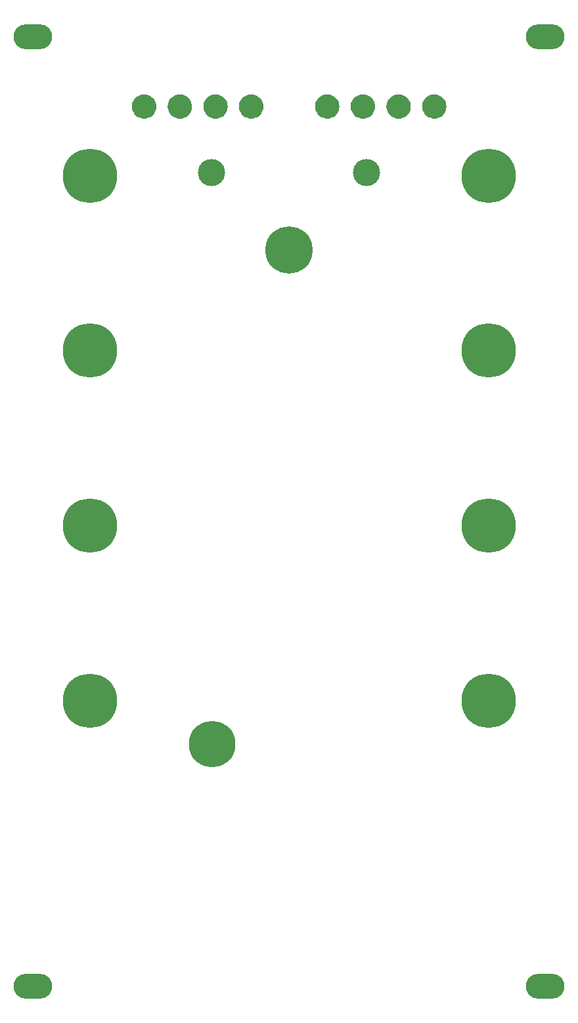
<source format=gbr>
%TF.GenerationSoftware,KiCad,Pcbnew,7.0.7*%
%TF.CreationDate,2023-08-18T12:28:13+01:00*%
%TF.ProjectId,Quango_Panel_3,5175616e-676f-45f5-9061-6e656c5f332e,rev?*%
%TF.SameCoordinates,Original*%
%TF.FileFunction,Soldermask,Bot*%
%TF.FilePolarity,Negative*%
%FSLAX46Y46*%
G04 Gerber Fmt 4.6, Leading zero omitted, Abs format (unit mm)*
G04 Created by KiCad (PCBNEW 7.0.7) date 2023-08-18 12:28:13*
%MOMM*%
%LPD*%
G01*
G04 APERTURE LIST*
%ADD10C,7.000000*%
%ADD11O,5.000000X3.200000*%
%ADD12C,6.000000*%
%ADD13C,6.100000*%
%ADD14C,3.500000*%
G04 APERTURE END LIST*
D10*
%TO.C,Ref\u002A\u002A*%
X64800000Y-50900000D03*
%TD*%
D11*
%TO.C,Ref\u002A\u002A*%
X123500000Y-33000000D03*
%TD*%
D10*
%TO.C,Ref\u002A\u002A*%
X116200000Y-96100000D03*
%TD*%
D12*
%TO.C,Ref\u002A\u002A*%
X80600000Y-124300000D03*
%TD*%
D10*
%TO.C,Ref\u002A\u002A*%
X64800000Y-118700000D03*
%TD*%
%TO.C,Ref\u002A\u002A*%
X116200000Y-73500000D03*
%TD*%
D11*
%TO.C,Ref\u002A\u002A*%
X57500000Y-155500000D03*
%TD*%
D13*
%TO.C,Ref\u002A\u002A*%
X90500000Y-60500000D03*
%TD*%
D10*
%TO.C,Ref\u002A\u002A*%
X116200000Y-50900000D03*
%TD*%
%TO.C,Ref\u002A\u002A*%
X116200000Y-118700000D03*
%TD*%
D11*
%TO.C,Ref\u002A\u002A*%
X123500000Y-155500000D03*
%TD*%
D10*
%TO.C,Ref\u002A\u002A*%
X64800000Y-96100000D03*
%TD*%
%TO.C,Ref\u002A\u002A*%
X64800000Y-73500000D03*
%TD*%
D11*
%TO.C,Ref\u002A\u002A*%
X57500000Y-33000000D03*
%TD*%
D14*
%TO.C,RESET*%
X80500000Y-50500000D03*
%TD*%
%TO.C,RESET*%
X100500000Y-50500000D03*
%TD*%
G36*
X72093472Y-40447468D02*
G01*
X72098541Y-40448071D01*
X72125510Y-40452414D01*
X72130333Y-40453388D01*
X72314642Y-40498298D01*
X72333313Y-40504452D01*
X72501377Y-40575057D01*
X72518842Y-40584084D01*
X72673904Y-40680531D01*
X72689261Y-40691806D01*
X72907502Y-40879476D01*
X72920552Y-40892508D01*
X73108717Y-41110674D01*
X73120054Y-41126077D01*
X73216881Y-41281445D01*
X73225981Y-41299036D01*
X73296602Y-41467278D01*
X73302784Y-41486093D01*
X73347469Y-41670662D01*
X73348442Y-41675524D01*
X73352489Y-41700995D01*
X73353075Y-41705983D01*
X73374857Y-41989856D01*
X73374768Y-42009922D01*
X73351072Y-42286620D01*
X73348015Y-42305329D01*
X73305876Y-42478683D01*
X73300424Y-42495677D01*
X73233620Y-42661723D01*
X73225784Y-42677757D01*
X73132473Y-42838279D01*
X73130091Y-42842057D01*
X73101688Y-42883701D01*
X73098002Y-42888572D01*
X72919471Y-43101791D01*
X72902052Y-43118859D01*
X72691969Y-43287608D01*
X72672554Y-43300406D01*
X72432958Y-43427871D01*
X72412585Y-43436476D01*
X72145671Y-43522072D01*
X72140329Y-43523526D01*
X72098894Y-43532837D01*
X72094245Y-43533697D01*
X71909122Y-43560693D01*
X71890281Y-43561987D01*
X71710310Y-43560611D01*
X71691491Y-43559029D01*
X71513851Y-43530345D01*
X71495431Y-43525904D01*
X71226885Y-43438977D01*
X71209299Y-43431753D01*
X70950841Y-43301593D01*
X70946684Y-43299296D01*
X70940545Y-43295590D01*
X70936358Y-43292826D01*
X70779562Y-43179931D01*
X70764319Y-43166965D01*
X70633067Y-43035662D01*
X70620107Y-43020414D01*
X70507298Y-42863609D01*
X70504561Y-42859462D01*
X70501524Y-42854437D01*
X70499212Y-42850254D01*
X70368852Y-42591346D01*
X70361653Y-42573832D01*
X70274425Y-42304846D01*
X70269993Y-42286542D01*
X70240975Y-42108489D01*
X70239367Y-42089825D01*
X70237502Y-41909385D01*
X70238723Y-41890692D01*
X70265052Y-41705044D01*
X70265885Y-41700432D01*
X70274795Y-41659915D01*
X70276248Y-41654491D01*
X70361084Y-41386902D01*
X70369765Y-41366230D01*
X70497157Y-41126286D01*
X70510165Y-41106579D01*
X70679457Y-40896713D01*
X70696884Y-40879061D01*
X70911300Y-40701511D01*
X70916277Y-40697793D01*
X70957313Y-40670231D01*
X70962927Y-40666876D01*
X71209123Y-40536824D01*
X71233361Y-40527129D01*
X71493231Y-40453787D01*
X71516099Y-40449597D01*
X71789935Y-40425628D01*
X71810327Y-40425527D01*
X72093472Y-40447468D01*
G37*
G36*
X76693472Y-40447468D02*
G01*
X76698541Y-40448071D01*
X76725510Y-40452414D01*
X76730333Y-40453388D01*
X76914642Y-40498298D01*
X76933313Y-40504452D01*
X77101377Y-40575057D01*
X77118842Y-40584084D01*
X77273904Y-40680531D01*
X77289261Y-40691806D01*
X77507502Y-40879476D01*
X77520552Y-40892508D01*
X77708717Y-41110674D01*
X77720054Y-41126077D01*
X77816881Y-41281445D01*
X77825981Y-41299036D01*
X77896602Y-41467278D01*
X77902784Y-41486093D01*
X77947469Y-41670662D01*
X77948442Y-41675524D01*
X77952489Y-41700995D01*
X77953075Y-41705983D01*
X77974857Y-41989856D01*
X77974768Y-42009922D01*
X77951072Y-42286620D01*
X77948015Y-42305329D01*
X77905876Y-42478683D01*
X77900424Y-42495677D01*
X77833620Y-42661723D01*
X77825784Y-42677757D01*
X77732473Y-42838279D01*
X77730091Y-42842057D01*
X77701688Y-42883701D01*
X77698002Y-42888572D01*
X77519471Y-43101791D01*
X77502052Y-43118859D01*
X77291969Y-43287608D01*
X77272554Y-43300406D01*
X77032958Y-43427871D01*
X77012585Y-43436476D01*
X76745671Y-43522072D01*
X76740329Y-43523526D01*
X76698894Y-43532837D01*
X76694245Y-43533697D01*
X76509122Y-43560693D01*
X76490281Y-43561987D01*
X76310310Y-43560611D01*
X76291491Y-43559029D01*
X76113851Y-43530345D01*
X76095431Y-43525904D01*
X75826885Y-43438977D01*
X75809299Y-43431753D01*
X75550841Y-43301593D01*
X75546684Y-43299296D01*
X75540545Y-43295590D01*
X75536358Y-43292826D01*
X75379562Y-43179931D01*
X75364319Y-43166965D01*
X75233067Y-43035662D01*
X75220107Y-43020414D01*
X75107298Y-42863609D01*
X75104561Y-42859462D01*
X75101524Y-42854437D01*
X75099212Y-42850254D01*
X74968852Y-42591346D01*
X74961653Y-42573832D01*
X74874425Y-42304846D01*
X74869993Y-42286542D01*
X74840975Y-42108489D01*
X74839367Y-42089825D01*
X74837502Y-41909385D01*
X74838723Y-41890692D01*
X74865052Y-41705044D01*
X74865885Y-41700432D01*
X74874795Y-41659915D01*
X74876248Y-41654491D01*
X74961084Y-41386902D01*
X74969765Y-41366230D01*
X75097157Y-41126286D01*
X75110165Y-41106579D01*
X75279457Y-40896713D01*
X75296884Y-40879061D01*
X75511300Y-40701511D01*
X75516277Y-40697793D01*
X75557313Y-40670231D01*
X75562927Y-40666876D01*
X75809123Y-40536824D01*
X75833361Y-40527129D01*
X76093231Y-40453787D01*
X76116099Y-40449597D01*
X76389935Y-40425628D01*
X76410327Y-40425527D01*
X76693472Y-40447468D01*
G37*
G36*
X81293472Y-40447468D02*
G01*
X81298541Y-40448071D01*
X81325510Y-40452414D01*
X81330333Y-40453388D01*
X81514642Y-40498298D01*
X81533313Y-40504452D01*
X81701377Y-40575057D01*
X81718842Y-40584084D01*
X81873904Y-40680531D01*
X81889261Y-40691806D01*
X82107502Y-40879476D01*
X82120552Y-40892508D01*
X82308717Y-41110674D01*
X82320054Y-41126077D01*
X82416881Y-41281445D01*
X82425981Y-41299036D01*
X82496602Y-41467278D01*
X82502784Y-41486093D01*
X82547469Y-41670662D01*
X82548442Y-41675524D01*
X82552489Y-41700995D01*
X82553075Y-41705983D01*
X82574857Y-41989856D01*
X82574768Y-42009922D01*
X82551072Y-42286620D01*
X82548015Y-42305329D01*
X82505876Y-42478683D01*
X82500424Y-42495677D01*
X82433620Y-42661723D01*
X82425784Y-42677757D01*
X82332473Y-42838279D01*
X82330091Y-42842057D01*
X82301688Y-42883701D01*
X82298002Y-42888572D01*
X82119471Y-43101791D01*
X82102052Y-43118859D01*
X81891969Y-43287608D01*
X81872554Y-43300406D01*
X81632958Y-43427871D01*
X81612585Y-43436476D01*
X81345671Y-43522072D01*
X81340329Y-43523526D01*
X81298894Y-43532837D01*
X81294245Y-43533697D01*
X81109122Y-43560693D01*
X81090281Y-43561987D01*
X80910310Y-43560611D01*
X80891491Y-43559029D01*
X80713851Y-43530345D01*
X80695431Y-43525904D01*
X80426885Y-43438977D01*
X80409299Y-43431753D01*
X80150841Y-43301593D01*
X80146684Y-43299296D01*
X80140545Y-43295590D01*
X80136358Y-43292826D01*
X79979562Y-43179931D01*
X79964319Y-43166965D01*
X79833067Y-43035662D01*
X79820107Y-43020414D01*
X79707298Y-42863609D01*
X79704561Y-42859462D01*
X79701524Y-42854437D01*
X79699212Y-42850254D01*
X79568852Y-42591346D01*
X79561653Y-42573832D01*
X79474425Y-42304846D01*
X79469993Y-42286542D01*
X79440975Y-42108489D01*
X79439367Y-42089825D01*
X79437502Y-41909385D01*
X79438723Y-41890692D01*
X79465052Y-41705044D01*
X79465885Y-41700432D01*
X79474795Y-41659915D01*
X79476248Y-41654491D01*
X79561084Y-41386902D01*
X79569765Y-41366230D01*
X79697157Y-41126286D01*
X79710165Y-41106579D01*
X79879457Y-40896713D01*
X79896884Y-40879061D01*
X80111300Y-40701511D01*
X80116277Y-40697793D01*
X80157313Y-40670231D01*
X80162927Y-40666876D01*
X80409123Y-40536824D01*
X80433361Y-40527129D01*
X80693231Y-40453787D01*
X80716099Y-40449597D01*
X80989935Y-40425628D01*
X81010327Y-40425527D01*
X81293472Y-40447468D01*
G37*
G36*
X85893472Y-40447468D02*
G01*
X85898541Y-40448071D01*
X85925510Y-40452414D01*
X85930333Y-40453388D01*
X86114642Y-40498298D01*
X86133313Y-40504452D01*
X86301377Y-40575057D01*
X86318842Y-40584084D01*
X86473904Y-40680531D01*
X86489261Y-40691806D01*
X86707502Y-40879476D01*
X86720552Y-40892508D01*
X86908717Y-41110674D01*
X86920054Y-41126077D01*
X87016881Y-41281445D01*
X87025981Y-41299036D01*
X87096602Y-41467278D01*
X87102784Y-41486093D01*
X87147469Y-41670662D01*
X87148442Y-41675524D01*
X87152489Y-41700995D01*
X87153075Y-41705983D01*
X87174857Y-41989856D01*
X87174768Y-42009922D01*
X87151072Y-42286620D01*
X87148015Y-42305329D01*
X87105876Y-42478683D01*
X87100424Y-42495677D01*
X87033620Y-42661723D01*
X87025784Y-42677757D01*
X86932473Y-42838279D01*
X86930091Y-42842057D01*
X86901688Y-42883701D01*
X86898002Y-42888572D01*
X86719471Y-43101791D01*
X86702052Y-43118859D01*
X86491969Y-43287608D01*
X86472554Y-43300406D01*
X86232958Y-43427871D01*
X86212585Y-43436476D01*
X85945671Y-43522072D01*
X85940329Y-43523526D01*
X85898894Y-43532837D01*
X85894245Y-43533697D01*
X85709122Y-43560693D01*
X85690281Y-43561987D01*
X85510310Y-43560611D01*
X85491491Y-43559029D01*
X85313851Y-43530345D01*
X85295431Y-43525904D01*
X85026885Y-43438977D01*
X85009299Y-43431753D01*
X84750841Y-43301593D01*
X84746684Y-43299296D01*
X84740545Y-43295590D01*
X84736358Y-43292826D01*
X84579562Y-43179931D01*
X84564319Y-43166965D01*
X84433067Y-43035662D01*
X84420107Y-43020414D01*
X84307298Y-42863609D01*
X84304561Y-42859462D01*
X84301524Y-42854437D01*
X84299212Y-42850254D01*
X84168852Y-42591346D01*
X84161653Y-42573832D01*
X84074425Y-42304846D01*
X84069993Y-42286542D01*
X84040975Y-42108489D01*
X84039367Y-42089825D01*
X84037502Y-41909385D01*
X84038723Y-41890692D01*
X84065052Y-41705044D01*
X84065885Y-41700432D01*
X84074795Y-41659915D01*
X84076248Y-41654491D01*
X84161084Y-41386902D01*
X84169765Y-41366230D01*
X84297157Y-41126286D01*
X84310165Y-41106579D01*
X84479457Y-40896713D01*
X84496884Y-40879061D01*
X84711300Y-40701511D01*
X84716277Y-40697793D01*
X84757313Y-40670231D01*
X84762927Y-40666876D01*
X85009123Y-40536824D01*
X85033361Y-40527129D01*
X85293231Y-40453787D01*
X85316099Y-40449597D01*
X85589935Y-40425628D01*
X85610327Y-40425527D01*
X85893472Y-40447468D01*
G37*
G36*
X95693472Y-40447468D02*
G01*
X95698541Y-40448071D01*
X95725510Y-40452414D01*
X95730333Y-40453388D01*
X95914642Y-40498298D01*
X95933313Y-40504452D01*
X96101377Y-40575057D01*
X96118842Y-40584084D01*
X96273904Y-40680531D01*
X96289261Y-40691806D01*
X96507502Y-40879476D01*
X96520552Y-40892508D01*
X96708717Y-41110674D01*
X96720054Y-41126077D01*
X96816881Y-41281445D01*
X96825981Y-41299036D01*
X96896602Y-41467278D01*
X96902784Y-41486093D01*
X96947469Y-41670662D01*
X96948442Y-41675524D01*
X96952489Y-41700995D01*
X96953075Y-41705983D01*
X96974857Y-41989856D01*
X96974768Y-42009922D01*
X96951072Y-42286620D01*
X96948015Y-42305329D01*
X96905876Y-42478683D01*
X96900424Y-42495677D01*
X96833620Y-42661723D01*
X96825784Y-42677757D01*
X96732473Y-42838279D01*
X96730091Y-42842057D01*
X96701688Y-42883701D01*
X96698002Y-42888572D01*
X96519471Y-43101791D01*
X96502052Y-43118859D01*
X96291969Y-43287608D01*
X96272554Y-43300406D01*
X96032958Y-43427871D01*
X96012585Y-43436476D01*
X95745671Y-43522072D01*
X95740329Y-43523526D01*
X95698894Y-43532837D01*
X95694245Y-43533697D01*
X95509122Y-43560693D01*
X95490281Y-43561987D01*
X95310310Y-43560611D01*
X95291491Y-43559029D01*
X95113851Y-43530345D01*
X95095431Y-43525904D01*
X94826885Y-43438977D01*
X94809299Y-43431753D01*
X94550841Y-43301593D01*
X94546684Y-43299296D01*
X94540545Y-43295590D01*
X94536358Y-43292826D01*
X94379562Y-43179931D01*
X94364319Y-43166965D01*
X94233067Y-43035662D01*
X94220107Y-43020414D01*
X94107298Y-42863609D01*
X94104561Y-42859462D01*
X94101524Y-42854437D01*
X94099212Y-42850254D01*
X93968852Y-42591346D01*
X93961653Y-42573832D01*
X93874425Y-42304846D01*
X93869993Y-42286542D01*
X93840975Y-42108489D01*
X93839367Y-42089825D01*
X93837502Y-41909385D01*
X93838723Y-41890692D01*
X93865052Y-41705044D01*
X93865885Y-41700432D01*
X93874795Y-41659915D01*
X93876248Y-41654491D01*
X93961084Y-41386902D01*
X93969765Y-41366230D01*
X94097157Y-41126286D01*
X94110165Y-41106579D01*
X94279457Y-40896713D01*
X94296884Y-40879061D01*
X94511300Y-40701511D01*
X94516277Y-40697793D01*
X94557313Y-40670231D01*
X94562927Y-40666876D01*
X94809123Y-40536824D01*
X94833361Y-40527129D01*
X95093231Y-40453787D01*
X95116099Y-40449597D01*
X95389935Y-40425628D01*
X95410327Y-40425527D01*
X95693472Y-40447468D01*
G37*
G36*
X100293472Y-40447468D02*
G01*
X100298541Y-40448071D01*
X100325510Y-40452414D01*
X100330333Y-40453388D01*
X100514642Y-40498298D01*
X100533313Y-40504452D01*
X100701377Y-40575057D01*
X100718842Y-40584084D01*
X100873904Y-40680531D01*
X100889261Y-40691806D01*
X101107502Y-40879476D01*
X101120552Y-40892508D01*
X101308717Y-41110674D01*
X101320054Y-41126077D01*
X101416881Y-41281445D01*
X101425981Y-41299036D01*
X101496602Y-41467278D01*
X101502784Y-41486093D01*
X101547469Y-41670662D01*
X101548442Y-41675524D01*
X101552489Y-41700995D01*
X101553075Y-41705983D01*
X101574857Y-41989856D01*
X101574768Y-42009922D01*
X101551072Y-42286620D01*
X101548015Y-42305329D01*
X101505876Y-42478683D01*
X101500424Y-42495677D01*
X101433620Y-42661723D01*
X101425784Y-42677757D01*
X101332473Y-42838279D01*
X101330091Y-42842057D01*
X101301688Y-42883701D01*
X101298002Y-42888572D01*
X101119471Y-43101791D01*
X101102052Y-43118859D01*
X100891969Y-43287608D01*
X100872554Y-43300406D01*
X100632958Y-43427871D01*
X100612585Y-43436476D01*
X100345671Y-43522072D01*
X100340329Y-43523526D01*
X100298894Y-43532837D01*
X100294245Y-43533697D01*
X100109122Y-43560693D01*
X100090281Y-43561987D01*
X99910310Y-43560611D01*
X99891491Y-43559029D01*
X99713851Y-43530345D01*
X99695431Y-43525904D01*
X99426885Y-43438977D01*
X99409299Y-43431753D01*
X99150841Y-43301593D01*
X99146684Y-43299296D01*
X99140545Y-43295590D01*
X99136358Y-43292826D01*
X98979562Y-43179931D01*
X98964319Y-43166965D01*
X98833067Y-43035662D01*
X98820107Y-43020414D01*
X98707298Y-42863609D01*
X98704561Y-42859462D01*
X98701524Y-42854437D01*
X98699212Y-42850254D01*
X98568852Y-42591346D01*
X98561653Y-42573832D01*
X98474425Y-42304846D01*
X98469993Y-42286542D01*
X98440975Y-42108489D01*
X98439367Y-42089825D01*
X98437502Y-41909385D01*
X98438723Y-41890692D01*
X98465052Y-41705044D01*
X98465885Y-41700432D01*
X98474795Y-41659915D01*
X98476248Y-41654491D01*
X98561084Y-41386902D01*
X98569765Y-41366230D01*
X98697157Y-41126286D01*
X98710165Y-41106579D01*
X98879457Y-40896713D01*
X98896884Y-40879061D01*
X99111300Y-40701511D01*
X99116277Y-40697793D01*
X99157313Y-40670231D01*
X99162927Y-40666876D01*
X99409123Y-40536824D01*
X99433361Y-40527129D01*
X99693231Y-40453787D01*
X99716099Y-40449597D01*
X99989935Y-40425628D01*
X100010327Y-40425527D01*
X100293472Y-40447468D01*
G37*
G36*
X104893472Y-40447468D02*
G01*
X104898541Y-40448071D01*
X104925510Y-40452414D01*
X104930333Y-40453388D01*
X105114642Y-40498298D01*
X105133313Y-40504452D01*
X105301377Y-40575057D01*
X105318842Y-40584084D01*
X105473904Y-40680531D01*
X105489261Y-40691806D01*
X105707502Y-40879476D01*
X105720552Y-40892508D01*
X105908717Y-41110674D01*
X105920054Y-41126077D01*
X106016881Y-41281445D01*
X106025981Y-41299036D01*
X106096602Y-41467278D01*
X106102784Y-41486093D01*
X106147469Y-41670662D01*
X106148442Y-41675524D01*
X106152489Y-41700995D01*
X106153075Y-41705983D01*
X106174857Y-41989856D01*
X106174768Y-42009922D01*
X106151072Y-42286620D01*
X106148015Y-42305329D01*
X106105876Y-42478683D01*
X106100424Y-42495677D01*
X106033620Y-42661723D01*
X106025784Y-42677757D01*
X105932473Y-42838279D01*
X105930091Y-42842057D01*
X105901688Y-42883701D01*
X105898002Y-42888572D01*
X105719471Y-43101791D01*
X105702052Y-43118859D01*
X105491969Y-43287608D01*
X105472554Y-43300406D01*
X105232958Y-43427871D01*
X105212585Y-43436476D01*
X104945671Y-43522072D01*
X104940329Y-43523526D01*
X104898894Y-43532837D01*
X104894245Y-43533697D01*
X104709122Y-43560693D01*
X104690281Y-43561987D01*
X104510310Y-43560611D01*
X104491491Y-43559029D01*
X104313851Y-43530345D01*
X104295431Y-43525904D01*
X104026885Y-43438977D01*
X104009299Y-43431753D01*
X103750841Y-43301593D01*
X103746684Y-43299296D01*
X103740545Y-43295590D01*
X103736358Y-43292826D01*
X103579562Y-43179931D01*
X103564319Y-43166965D01*
X103433067Y-43035662D01*
X103420107Y-43020414D01*
X103307298Y-42863609D01*
X103304561Y-42859462D01*
X103301524Y-42854437D01*
X103299212Y-42850254D01*
X103168852Y-42591346D01*
X103161653Y-42573832D01*
X103074425Y-42304846D01*
X103069993Y-42286542D01*
X103040975Y-42108489D01*
X103039367Y-42089825D01*
X103037502Y-41909385D01*
X103038723Y-41890692D01*
X103065052Y-41705044D01*
X103065885Y-41700432D01*
X103074795Y-41659915D01*
X103076248Y-41654491D01*
X103161084Y-41386902D01*
X103169765Y-41366230D01*
X103297157Y-41126286D01*
X103310165Y-41106579D01*
X103479457Y-40896713D01*
X103496884Y-40879061D01*
X103711300Y-40701511D01*
X103716277Y-40697793D01*
X103757313Y-40670231D01*
X103762927Y-40666876D01*
X104009123Y-40536824D01*
X104033361Y-40527129D01*
X104293231Y-40453787D01*
X104316099Y-40449597D01*
X104589935Y-40425628D01*
X104610327Y-40425527D01*
X104893472Y-40447468D01*
G37*
G36*
X109493472Y-40447468D02*
G01*
X109498541Y-40448071D01*
X109525510Y-40452414D01*
X109530333Y-40453388D01*
X109714642Y-40498298D01*
X109733313Y-40504452D01*
X109901377Y-40575057D01*
X109918842Y-40584084D01*
X110073904Y-40680531D01*
X110089261Y-40691806D01*
X110307502Y-40879476D01*
X110320552Y-40892508D01*
X110508717Y-41110674D01*
X110520054Y-41126077D01*
X110616881Y-41281445D01*
X110625981Y-41299036D01*
X110696602Y-41467278D01*
X110702784Y-41486093D01*
X110747469Y-41670662D01*
X110748442Y-41675524D01*
X110752489Y-41700995D01*
X110753075Y-41705983D01*
X110774857Y-41989856D01*
X110774768Y-42009922D01*
X110751072Y-42286620D01*
X110748015Y-42305329D01*
X110705876Y-42478683D01*
X110700424Y-42495677D01*
X110633620Y-42661723D01*
X110625784Y-42677757D01*
X110532473Y-42838279D01*
X110530091Y-42842057D01*
X110501688Y-42883701D01*
X110498002Y-42888572D01*
X110319471Y-43101791D01*
X110302052Y-43118859D01*
X110091969Y-43287608D01*
X110072554Y-43300406D01*
X109832958Y-43427871D01*
X109812585Y-43436476D01*
X109545671Y-43522072D01*
X109540329Y-43523526D01*
X109498894Y-43532837D01*
X109494245Y-43533697D01*
X109309122Y-43560693D01*
X109290281Y-43561987D01*
X109110310Y-43560611D01*
X109091491Y-43559029D01*
X108913851Y-43530345D01*
X108895431Y-43525904D01*
X108626885Y-43438977D01*
X108609299Y-43431753D01*
X108350841Y-43301593D01*
X108346684Y-43299296D01*
X108340545Y-43295590D01*
X108336358Y-43292826D01*
X108179562Y-43179931D01*
X108164319Y-43166965D01*
X108033067Y-43035662D01*
X108020107Y-43020414D01*
X107907298Y-42863609D01*
X107904561Y-42859462D01*
X107901524Y-42854437D01*
X107899212Y-42850254D01*
X107768852Y-42591346D01*
X107761653Y-42573832D01*
X107674425Y-42304846D01*
X107669993Y-42286542D01*
X107640975Y-42108489D01*
X107639367Y-42089825D01*
X107637502Y-41909385D01*
X107638723Y-41890692D01*
X107665052Y-41705044D01*
X107665885Y-41700432D01*
X107674795Y-41659915D01*
X107676248Y-41654491D01*
X107761084Y-41386902D01*
X107769765Y-41366230D01*
X107897157Y-41126286D01*
X107910165Y-41106579D01*
X108079457Y-40896713D01*
X108096884Y-40879061D01*
X108311300Y-40701511D01*
X108316277Y-40697793D01*
X108357313Y-40670231D01*
X108362927Y-40666876D01*
X108609123Y-40536824D01*
X108633361Y-40527129D01*
X108893231Y-40453787D01*
X108916099Y-40449597D01*
X109189935Y-40425628D01*
X109210327Y-40425527D01*
X109493472Y-40447468D01*
G37*
M02*

</source>
